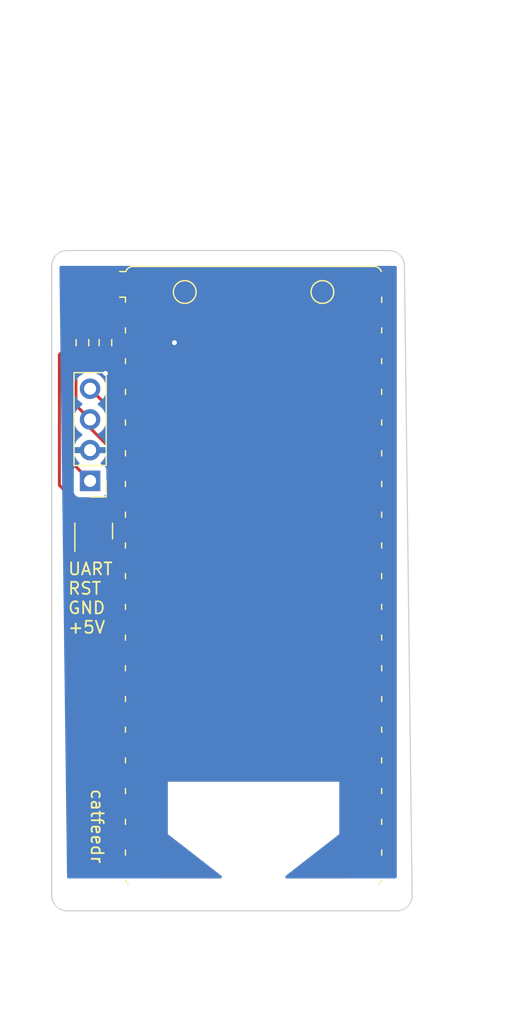
<source format=kicad_pcb>
(kicad_pcb (version 20221018) (generator pcbnew)
  (layers (0 "F.Cu" signal) (31 "B.Cu" signal) (34 "B.Paste" user) (35 "F.Paste" user) (36 "B.SilkS" user "B.Silkscreen") (37 "F.SilkS" user "F.Silkscreen") (38 "B.Mask" user) (39 "F.Mask" user) (44 "Edge.Cuts" user))
  (net 0 "")
  (net 1 "/WL-134-RF-Module/RST(+5V)")
  (net 2 "/UART1_RX")
  (net 3 "GND")
  (net 4 "+3V3")
  (net 5 "/RST_3V3")
  (net 6 "+5V")
  (footprint "Connector_PinHeader_2.54mm:PinHeader_1x04_P2.54mm_Vertical" (layer "F.Cu") (at 124.46 71.12 180)
    (fp_text reference "J1" hide)
    (fp_text value "WL-134 RF Module")
    (fp_line (start -1.33 -1.33) (end 0 -1.33) (stroke (width 0.12)) (layer "F.SilkS"))
    (fp_line (start -1.33 0) (end -1.33 -1.33) (stroke (width 0.12)) (layer "F.SilkS"))
    (fp_line (start -1.33 1.27) (end -1.33 8.95) (stroke (width 0.12)) (layer "F.SilkS"))
    (fp_line (start -1.33 1.27) (end 1.33 1.27) (stroke (width 0.12)) (layer "F.SilkS"))
    (fp_line (start -1.33 8.95) (end 1.33 8.95) (stroke (width 0.12)) (layer "F.SilkS"))
    (fp_line (start 1.33 1.27) (end 1.33 8.95) (stroke (width 0.12)) (layer "F.SilkS"))
    (pad "1" thru_hole rect (at 0 0 180) (size 1.7 1.7) (drill 1) (layers "*.Cu" "*.Mask") (net 6 "+5V"))
    (pad "2" thru_hole oval (at 0 2.54 180) (size 1.7 1.7) (drill 1) (layers "*.Cu" "*.Mask") (net 3 "GND"))
    (pad "3" thru_hole oval (at 0 5.08 180) (size 1.7 1.7) (drill 1) (layers "*.Cu" "*.Mask") (net 5 "/RST_3V3"))
    (pad "4" thru_hole oval (at 0 7.62 180) (size 1.7 1.7) (drill 1) (layers "*.Cu" "*.Mask") (net 2 "/UART1_RX"))
  )
  (footprint "Package_TO_SOT_SMD:SOT-23" (layer "F.Cu") (at 124.76 75.2625 90)
    (fp_text reference "Q1" hide)
    (fp_text value "BSS138")
    (fp_line (start 0 -1.56) (end -1.675 -1.56) (stroke (width 0.12)) (layer "F.SilkS"))
    (fp_line (start 0 -1.56) (end 0.65 -1.56) (stroke (width 0.12)) (layer "F.SilkS"))
    (fp_line (start 0 1.56) (end -0.65 1.56) (stroke (width 0.12)) (layer "F.SilkS"))
    (fp_line (start 0 1.56) (end 0.65 1.56) (stroke (width 0.12)) (layer "F.SilkS"))
    (pad "1" smd roundrect (at -0.9375 -0.95 90) (size 1.475 0.6) (layers "F.Cu" "F.Paste" "F.Mask") (net 4 "+3V3"))
    (pad "2" smd roundrect (at -0.9375 0.95 90) (size 1.475 0.6) (layers "F.Cu" "F.Paste" "F.Mask") (net 5 "/RST_3V3"))
    (pad "3" smd roundrect (at 0.9375 0 90) (size 1.475 0.6) (layers "F.Cu" "F.Paste" "F.Mask") (net 1 "/WL-134-RF-Module/RST(+5V)"))
  )
  (footprint "Resistor_SMD:R_0603_1608Metric_Pad0.98x0.95mm_HandSolder" (layer "F.Cu") (at 125.73 59.69 -90)
    (fp_text reference "R1" hide)
    (fp_text value "10k")
    (fp_line (start -0.254724 -0.5225) (end 0.254724 -0.5225) (stroke (width 0.12)) (layer "F.SilkS"))
    (fp_line (start -0.254724 0.5225) (end 0.254724 0.5225) (stroke (width 0.12)) (layer "F.SilkS"))
    (pad "1" smd roundrect (at -0.9125 0 270) (size 0.975 0.95) (layers "F.Cu" "F.Paste" "F.Mask") (net 4 "+3V3"))
    (pad "2" smd roundrect (at 0.9125 0 270) (size 0.975 0.95) (layers "F.Cu" "F.Paste" "F.Mask") (net 5 "/RST_3V3"))
  )
  (footprint "Resistor_SMD:R_0603_1608Metric_Pad0.98x0.95mm_HandSolder" (layer "F.Cu") (at 123.825 59.69 90)
    (fp_text reference "R2" hide)
    (fp_text value "10k")
    (fp_line (start -0.254724 -0.5225) (end 0.254724 -0.5225) (stroke (width 0.12)) (layer "F.SilkS"))
    (fp_line (start -0.254724 0.5225) (end 0.254724 0.5225) (stroke (width 0.12)) (layer "F.SilkS"))
    (pad "1" smd roundrect (at -0.9125 0 90) (size 0.975 0.95) (layers "F.Cu" "F.Paste" "F.Mask") (net 6 "+5V"))
    (pad "2" smd roundrect (at 0.9125 0 90) (size 0.975 0.95) (layers "F.Cu" "F.Paste" "F.Mask") (net 1 "/WL-134-RF-Module/RST(+5V)"))
  )
  (footprint "Module_RaspberryPi_Pico:RaspberryPi_Pico_W_SMD" (layer "F.Cu") (at 138 79)
    (fp_text reference "U1" hide)
    (fp_text value "Pico")
    (fp_line (start -10.61 -23.07) (end -11.09 -23.07) (stroke (width 0.12)) (layer "F.SilkS"))
    (fp_line (start -10.61 -23.07) (end -10.61 -22.65) (stroke (width 0.12)) (layer "F.SilkS"))
    (fp_line (start -10.61 -20.53) (end -10.61 -20.11) (stroke (width 0.12)) (layer "F.SilkS"))
    (fp_line (start -10.61 -17.99) (end -10.61 -17.57) (stroke (width 0.12)) (layer "F.SilkS"))
    (fp_line (start -10.61 -15.45) (end -10.61 -15.03) (stroke (width 0.12)) (layer "F.SilkS"))
    (fp_line (start -10.61 -12.91) (end -10.61 -12.49) (stroke (width 0.12)) (layer "F.SilkS"))
    (fp_line (start -10.61 -10.37) (end -10.61 -9.95) (stroke (width 0.12)) (layer "F.SilkS"))
    (fp_line (start -10.61 -7.83) (end -10.61 -7.41) (stroke (width 0.12)) (layer "F.SilkS"))
    (fp_line (start -10.61 -5.29) (end -10.61 -4.87) (stroke (width 0.12)) (layer "F.SilkS"))
    (fp_line (start -10.61 -2.75) (end -10.61 -2.33) (stroke (width 0.12)) (layer "F.SilkS"))
    (fp_line (start -10.61 -0.21) (end -10.61 0.21) (stroke (width 0.12)) (layer "F.SilkS"))
    (fp_line (start -10.61 2.33) (end -10.61 2.75) (stroke (width 0.12)) (layer "F.SilkS"))
    (fp_line (start -10.61 4.87) (end -10.61 5.29) (stroke (width 0.12)) (layer "F.SilkS"))
    (fp_line (start -10.61 7.41) (end -10.61 7.83) (stroke (width 0.12)) (layer "F.SilkS"))
    (fp_line (start -10.61 9.95) (end -10.61 10.37) (stroke (width 0.12)) (layer "F.SilkS"))
    (fp_line (start -10.61 12.49) (end -10.61 12.91) (stroke (width 0.12)) (layer "F.SilkS"))
    (fp_line (start -10.61 15.03) (end -10.61 15.45) (stroke (width 0.12)) (layer "F.SilkS"))
    (fp_line (start -10.61 17.57) (end -10.61 17.99) (stroke (width 0.12)) (layer "F.SilkS"))
    (fp_line (start -10.61 20.11) (end -10.61 20.53) (stroke (width 0.12)) (layer "F.SilkS"))
    (fp_line (start -10.61 22.65) (end -10.61 23.07) (stroke (width 0.12)) (layer "F.SilkS"))
    (fp_line (start -10.579676 -25.189937) (end -11.09 -25.19) (stroke (width 0.12)) (layer "F.SilkS"))
    (fp_line (start -10 -25.61) (end -7.51 -25.61) (stroke (width 0.12)) (layer "F.SilkS"))
    (fp_line (start -7.51 -25.61) (end -4.235 -25.61) (stroke (width 0.12)) (layer "F.SilkS"))
    (fp_line (start -4.235 -25.61) (end 4.235 -25.61) (stroke (width 0.12)) (layer "F.SilkS"))
    (fp_line (start 4.235 -25.61) (end 7.51 -25.61) (stroke (width 0.12)) (layer "F.SilkS"))
    (fp_line (start 10 -25.61) (end 7.51 -25.61) (stroke (width 0.12)) (layer "F.SilkS"))
    (fp_line (start 10.61 -23.07) (end 10.61 -22.65) (stroke (width 0.12)) (layer "F.SilkS"))
    (fp_line (start 10.61 -20.53) (end 10.61 -20.11) (stroke (width 0.12)) (layer "F.SilkS"))
    (fp_line (start 10.61 -17.99) (end 10.61 -17.57) (stroke (width 0.12)) (layer "F.SilkS"))
    (fp_line (start 10.61 -15.45) (end 10.61 -15.03) (stroke (width 0.12)) (layer "F.SilkS"))
    (fp_line (start 10.61 -12.91) (end 10.61 -12.49) (stroke (width 0.12)) (layer "F.SilkS"))
    (fp_line (start 10.61 -10.37) (end 10.61 -9.95) (stroke (width 0.12)) (layer "F.SilkS"))
    (fp_line (start 10.61 -7.83) (end 10.61 -7.41) (stroke (width 0.12)) (layer "F.SilkS"))
    (fp_line (start 10.61 -5.29) (end 10.61 -4.87) (stroke (width 0.12)) (layer "F.SilkS"))
    (fp_line (start 10.61 -2.75) (end 10.61 -2.33) (stroke (width 0.12)) (layer "F.SilkS"))
    (fp_line (start 10.61 -0.21) (end 10.61 0.21) (stroke (width 0.12)) (layer "F.SilkS"))
    (fp_line (start 10.61 2.33) (end 10.61 2.75) (stroke (width 0.12)) (layer "F.SilkS"))
    (fp_line (start 10.61 4.87) (end 10.61 5.29) (stroke (width 0.12)) (layer "F.SilkS"))
    (fp_line (start 10.61 7.41) (end 10.61 7.83) (stroke (width 0.12)) (layer "F.SilkS"))
    (fp_line (start 10.61 9.95) (end 10.61 10.37) (stroke (width 0.12)) (layer "F.SilkS"))
    (fp_line (start 10.61 12.49) (end 10.61 12.91) (stroke (width 0.12)) (layer "F.SilkS"))
    (fp_line (start 10.61 15.03) (end 10.61 15.45) (stroke (width 0.12)) (layer "F.SilkS"))
    (fp_line (start 10.61 17.57) (end 10.61 17.99) (stroke (width 0.12)) (layer "F.SilkS"))
    (fp_line (start 10.61 20.11) (end 10.61 20.53) (stroke (width 0.12)) (layer "F.SilkS"))
    (fp_line (start 10.61 22.65) (end 10.61 23.07) (stroke (width 0.12)) (layer "F.SilkS"))
    (fp_arc (start -10.579676 -25.189937) (mid -10.357938 -25.493944) (end -10 -25.61) (stroke (width 0.12)) (layer "F.SilkS"))
    (fp_arc (start -10.363318 25.49) (mid -10.494791 25.356765) (end -10.579676 25.189937) (stroke (width 0.12)) (layer "F.SilkS"))
    (fp_arc (start 10 -25.61) (mid 10.357937 -25.493944) (end 10.579676 -25.189937) (stroke (width 0.12)) (layer "F.SilkS"))
    (fp_arc (start 10.579676 25.189937) (mid 10.494798 25.356768) (end 10.363318 25.49) (stroke (width 0.12)) (layer "F.SilkS"))
    (fp_circle (center -5.7 -23.5) (end -4.76 -23.5) (stroke (width 0.12)) (fill none) (layer "F.SilkS"))
    (fp_circle (center 5.7 -23.5) (end 6.64 -23.5) (stroke (width 0.12)) (fill none) (layer "F.SilkS"))
    (pad "" smd oval (at -2.725 -24) (size 1.1 1.8) (layers "F.Cu" "F.Paste" "F.Mask"))
    (pad "" smd oval (at -2.425 -20.97) (size 1.05 1.45) (layers "F.Cu" "F.Paste" "F.Mask"))
    (pad "" smd oval (at 2.425 -20.97) (size 1.05 1.45) (layers "F.Cu" "F.Paste" "F.Mask"))
    (pad "" smd oval (at 2.725 -24) (size 1.1 1.8) (layers "F.Cu" "F.Paste" "F.Mask"))
    (pad "1" smd custom (at -8.89 -24.13) (size 1.6 1.6) (layers "F.Cu" "F.Paste" "F.Mask") (options (clearance outline) (anchor circle)) (primitives (gr_poly (pts (xy -2.4 0.6) (xy -2.4 -0.6) (xy -2.2 -0.8) (xy 0 -0.8) (xy 0 0.8) (xy -2.2 0.8)) (width 0) (fill yes)) (gr_circle (center -2.2 0.6) (end -2 0.6) (width 0) (fill yes)) (gr_circle (center -2.2 -0.6) (end -2 -0.6) (width 0) (fill yes))))
    (pad "2" smd roundrect (at -8.89 -21.59) (size 3.2 1.6) (drill (offset -0.8 0)) (layers "F.Cu" "F.Paste" "F.Mask") (roundrect_rratio 0.5))
    (pad "3" smd custom (at -8.89 -19.05) (size 1.6 1.6) (layers "F.Cu" "F.Paste" "F.Mask") (net 3 "GND") (options (clearance outline) (anchor circle)) (primitives (gr_poly (pts (xy 0.8 -0.6) (xy 0.8 0.6) (xy 0.6 0.8) (xy -1.6 0.8) (xy -1.6 -0.8) (xy 0.6 -0.8)) (width 0) (fill yes)) (gr_circle (center 0.6 0.6) (end 0.8 0.6) (width 0) (fill yes)) (gr_circle (center 0.6 -0.6) (end 0.8 -0.6) (width 0) (fill yes)) (gr_circle (center -1.6 0) (end -0.8 0) (width 0) (fill yes))))
    (pad "4" smd roundrect (at -8.89 -16.51) (size 3.2 1.6) (drill (offset -0.8 0)) (layers "F.Cu" "F.Paste" "F.Mask") (roundrect_rratio 0.5))
    (pad "5" smd roundrect (at -8.89 -13.97) (size 3.2 1.6) (drill (offset -0.8 0)) (layers "F.Cu" "F.Paste" "F.Mask") (roundrect_rratio 0.5))
    (pad "6" smd roundrect (at -8.89 -11.43) (size 3.2 1.6) (drill (offset -0.8 0)) (layers "F.Cu" "F.Paste" "F.Mask") (roundrect_rratio 0.5))
    (pad "7" smd roundrect (at -8.89 -8.89) (size 3.2 1.6) (drill (offset -0.8 0)) (layers "F.Cu" "F.Paste" "F.Mask") (roundrect_rratio 0.5) (net 2 "/UART1_RX"))
    (pad "8" smd custom (at -8.89 -6.35) (size 1.6 1.6) (layers "F.Cu" "F.Paste" "F.Mask") (net 3 "GND") (options (clearance outline) (anchor circle)) (primitives (gr_poly (pts (xy 0.8 -0.6) (xy 0.8 0.6) (xy 0.6 0.8) (xy -1.6 0.8) (xy -1.6 -0.8) (xy 0.6 -0.8)) (width 0) (fill yes)) (gr_circle (center 0.6 0.6) (end 0.8 0.6) (width 0) (fill yes)) (gr_circle (center 0.6 -0.6) (end 0.8 -0.6) (width 0) (fill yes)) (gr_circle (center -1.6 0) (end -0.8 0) (width 0) (fill yes))))
    (pad "9" smd roundrect (at -8.89 -3.81) (size 3.2 1.6) (drill (offset -0.8 0)) (layers "F.Cu" "F.Paste" "F.Mask") (roundrect_rratio 0.5) (net 5 "/RST_3V3"))
    (pad "10" smd roundrect (at -8.89 -1.27) (size 3.2 1.6) (drill (offset -0.8 0)) (layers "F.Cu" "F.Paste" "F.Mask") (roundrect_rratio 0.5))
    (pad "11" smd roundrect (at -8.89 1.27) (size 3.2 1.6) (drill (offset -0.8 0)) (layers "F.Cu" "F.Paste" "F.Mask") (roundrect_rratio 0.5))
    (pad "12" smd roundrect (at -8.89 3.81) (size 3.2 1.6) (drill (offset -0.8 0)) (layers "F.Cu" "F.Paste" "F.Mask") (roundrect_rratio 0.5))
    (pad "13" smd custom (at -8.89 6.35) (size 1.6 1.6) (layers "F.Cu" "F.Paste" "F.Mask") (options (clearance outline) (anchor circle)) (primitives (gr_poly (pts (xy 0.8 -0.6) (xy 0.8 0.6) (xy 0.6 0.8) (xy -1.6 0.8) (xy -1.6 -0.8) (xy 0.6 -0.8)) (width 0) (fill yes)) (gr_circle (center 0.6 0.6) (end 0.8 0.6) (width 0) (fill yes)) (gr_circle (center 0.6 -0.6) (end 0.8 -0.6) (width 0) (fill yes)) (gr_circle (center -1.6 0) (end -0.8 0) (width 0) (fill yes))))
    (pad "14" smd roundrect (at -8.89 8.89) (size 3.2 1.6) (drill (offset -0.8 0)) (layers "F.Cu" "F.Paste" "F.Mask") (roundrect_rratio 0.5))
    (pad "15" smd roundrect (at -8.89 11.43) (size 3.2 1.6) (drill (offset -0.8 0)) (layers "F.Cu" "F.Paste" "F.Mask") (roundrect_rratio 0.5))
    (pad "16" smd roundrect (at -8.89 13.97) (size 3.2 1.6) (drill (offset -0.8 0)) (layers "F.Cu" "F.Paste" "F.Mask") (roundrect_rratio 0.5))
    (pad "17" smd roundrect (at -8.89 16.51) (size 3.2 1.6) (drill (offset -0.8 0)) (layers "F.Cu" "F.Paste" "F.Mask") (roundrect_rratio 0.5))
    (pad "18" smd custom (at -8.89 19.05) (size 1.6 1.6) (layers "F.Cu" "F.Paste" "F.Mask") (net 3 "GND") (options (clearance outline) (anchor circle)) (primitives (gr_poly (pts (xy 0.8 -0.6) (xy 0.8 0.6) (xy 0.6 0.8) (xy -1.6 0.8) (xy -1.6 -0.8) (xy 0.6 -0.8)) (width 0) (fill yes)) (gr_circle (center 0.6 0.6) (end 0.8 0.6) (width 0) (fill yes)) (gr_circle (center 0.6 -0.6) (end 0.8 -0.6) (width 0) (fill yes)) (gr_circle (center -1.6 0) (end -0.8 0) (width 0) (fill yes))))
    (pad "19" smd roundrect (at -8.89 21.59) (size 3.2 1.6) (drill (offset -0.8 0)) (layers "F.Cu" "F.Paste" "F.Mask") (roundrect_rratio 0.5))
    (pad "20" smd roundrect (at -8.89 24.13) (size 3.2 1.6) (drill (offset -0.8 0)) (layers "F.Cu" "F.Paste" "F.Mask") (roundrect_rratio 0.5))
    (pad "21" smd roundrect (at 8.89 24.13) (size 3.2 1.6) (drill (offset 0.8 0)) (layers "F.Cu" "F.Paste" "F.Mask") (roundrect_rratio 0.5))
    (pad "22" smd roundrect (at 8.89 21.59) (size 3.2 1.6) (drill (offset 0.8 0)) (layers "F.Cu" "F.Paste" "F.Mask") (roundrect_rratio 0.5))
    (pad "23" smd custom (at 8.89 19.05) (size 1.6 1.6) (layers "F.Cu" "F.Paste" "F.Mask") (net 3 "GND") (options (clearance outline) (anchor circle)) (primitives (gr_poly (pts (xy -0.8 -0.6) (xy -0.8 0.6) (xy -0.6 0.8) (xy 1.6 0.8) (xy 1.6 -0.8) (xy -0.6 -0.8)) (width 0) (fill yes)) (gr_circle (center -0.6 0.6) (end -0.4 0.6) (width 0) (fill yes)) (gr_circle (center -0.6 -0.6) (end -0.4 -0.6) (width 0) (fill yes)) (gr_circle (center 1.6 0) (end 2.4 0) (width 0) (fill yes))))
    (pad "24" smd roundrect (at 8.89 16.51) (size 3.2 1.6) (drill (offset 0.8 0)) (layers "F.Cu" "F.Paste" "F.Mask") (roundrect_rratio 0.5))
    (pad "25" smd roundrect (at 8.89 13.97) (size 3.2 1.6) (drill (offset 0.8 0)) (layers "F.Cu" "F.Paste" "F.Mask") (roundrect_rratio 0.5))
    (pad "26" smd roundrect (at 8.89 11.43) (size 3.2 1.6) (drill (offset 0.8 0)) (layers "F.Cu" "F.Paste" "F.Mask") (roundrect_rratio 0.5))
    (pad "27" smd roundrect (at 8.89 8.89) (size 3.2 1.6) (drill (offset 0.8 0)) (layers "F.Cu" "F.Paste" "F.Mask") (roundrect_rratio 0.5))
    (pad "28" smd custom (at 8.89 6.35) (size 1.6 1.6) (layers "F.Cu" "F.Paste" "F.Mask") (net 3 "GND") (options (clearance outline) (anchor circle)) (primitives (gr_poly (pts (xy -0.8 -0.6) (xy -0.8 0.6) (xy -0.6 0.8) (xy 1.6 0.8) (xy 1.6 -0.8) (xy -0.6 -0.8)) (width 0) (fill yes)) (gr_circle (center -0.6 0.6) (end -0.4 0.6) (width 0) (fill yes)) (gr_circle (center -0.6 -0.6) (end -0.4 -0.6) (width 0) (fill yes)) (gr_circle (center 1.6 0) (end 2.4 0) (width 0) (fill yes))))
    (pad "29" smd roundrect (at 8.89 3.81) (size 3.2 1.6) (drill (offset 0.8 0)) (layers "F.Cu" "F.Paste" "F.Mask") (roundrect_rratio 0.5))
    (pad "30" smd roundrect (at 8.89 1.27) (size 3.2 1.6) (drill (offset 0.8 0)) (layers "F.Cu" "F.Paste" "F.Mask") (roundrect_rratio 0.5))
    (pad "31" smd roundrect (at 8.89 -1.27) (size 3.2 1.6) (drill (offset 0.8 0)) (layers "F.Cu" "F.Paste" "F.Mask") (roundrect_rratio 0.5))
    (pad "32" smd roundrect (at 8.89 -3.81) (size 3.2 1.6) (drill (offset 0.8 0)) (layers "F.Cu" "F.Paste" "F.Mask") (roundrect_rratio 0.5))
    (pad "33" smd custom (at 8.89 -6.35) (size 1.6 1.6) (layers "F.Cu" "F.Paste" "F.Mask") (options (clearance outline) (anchor circle)) (primitives (gr_poly (pts (xy -0.8 -0.6) (xy -0.8 0.6) (xy -0.6 0.8) (xy 1.6 0.8) (xy 1.6 -0.8) (xy -0.6 -0.8)) (width 0) (fill yes)) (gr_circle (center -0.6 0.6) (end -0.4 0.6) (width 0) (fill yes)) (gr_circle (center -0.6 -0.6) (end -0.4 -0.6) (width 0) (fill yes)) (gr_circle (center 1.6 0) (end 2.4 0) (width 0) (fill yes))))
    (pad "34" smd roundrect (at 8.89 -8.89) (size 3.2 1.6) (drill (offset 0.8 0)) (layers "F.Cu" "F.Paste" "F.Mask") (roundrect_rratio 0.5))
    (pad "35" smd roundrect (at 8.89 -11.43) (size 3.2 1.6) (drill (offset 0.8 0)) (layers "F.Cu" "F.Paste" "F.Mask") (roundrect_rratio 0.5))
    (pad "36" smd roundrect (at 8.89 -13.97) (size 3.2 1.6) (drill (offset 0.8 0)) (layers "F.Cu" "F.Paste" "F.Mask") (roundrect_rratio 0.5))
    (pad "37" smd roundrect (at 8.89 -16.51) (size 3.2 1.6) (drill (offset 0.8 0)) (layers "F.Cu" "F.Paste" "F.Mask") (roundrect_rratio 0.5))
    (pad "38" smd custom (at 8.89 -19.05) (size 1.6 1.6) (layers "F.Cu" "F.Paste" "F.Mask") (net 3 "GND") (options (clearance outline) (anchor circle)) (primitives (gr_poly (pts (xy -0.8 -0.6) (xy -0.8 0.6) (xy -0.6 0.8) (xy 1.6 0.8) (xy 1.6 -0.8) (xy -0.6 -0.8)) (width 0) (fill yes)) (gr_circle (center -0.6 0.6) (end -0.4 0.6) (width 0) (fill yes)) (gr_circle (center -0.6 -0.6) (end -0.4 -0.6) (width 0) (fill yes)) (gr_circle (center 1.6 0) (end 2.4 0) (width 0) (fill yes))))
    (pad "39" smd roundrect (at 8.89 -21.59) (size 3.2 1.6) (drill (offset 0.8 0)) (layers "F.Cu" "F.Paste" "F.Mask") (roundrect_rratio 0.5))
    (pad "40" smd roundrect (at 8.89 -24.13) (size 3.2 1.6) (drill (offset 0.8 0)) (layers "F.Cu" "F.Paste" "F.Mask") (roundrect_rratio 0.5) (net 6 "+5V"))
    (pad "D1" smd roundrect (at 0.5841 5.7) (size 1.5748 1.5748) (layers "F.Cu" "F.Paste" "F.Mask") (roundrect_rratio 0.127000254))
    (pad "D2" smd circle (at 3.1241 5.7) (size 1.5748 1.5748) (layers "F.Cu" "F.Paste" "F.Mask"))
    (pad "D3" smd circle (at 5.6641 5.7) (size 1.5748 1.5748) (layers "F.Cu" "F.Paste" "F.Mask"))
    (pad "TP1" smd roundrect (at 0 -21) (size 1.5 1.5) (layers "F.Cu" "F.Paste" "F.Mask") (roundrect_rratio 0.2))
    (pad "TP2" smd roundrect (at 1 -24.3) (size 1.5 1.5) (layers "F.Cu" "F.Paste" "F.Mask") (roundrect_rratio 0.2))
    (pad "TP3" smd roundrect (at -1 -24.3) (size 1.5 1.5) (layers "F.Cu" "F.Paste" "F.Mask") (roundrect_rratio 0.2))
    (pad "TP4" smd roundrect (at -2.5 -17.5) (size 1.5 1.5) (layers "F.Cu" "F.Paste" "F.Mask") (roundrect_rratio 0.2))
    (pad "TP5" smd roundrect (at -2.5 -15) (size 1.5 1.5) (layers "F.Cu" "F.Paste" "F.Mask") (roundrect_rratio 0.2))
    (pad "TP6" smd roundrect (at -2.5 -12.5) (size 1.5 1.5) (layers "F.Cu" "F.Paste" "F.Mask") (roundrect_rratio 0.2))
    (zone (net 0) (net_name "") (layers "*.Cu" "*.Paste") (name "RF Copper Keep Out") (connect_pads (clearance 0)) (min_thickness 0.254)
      (keepout (tracks not_allowed) (vias not_allowed) (pads not_allowed) (copperpour not_allowed) (footprints not_allowed))
      (fill (thermal_gap 0.508) (thermal_bridge_width 0.508))
      (polygon (pts (xy 117 104) (xy 159 104) (xy 159 114) (xy 117 114)))
    )
    (zone (net 0) (net_name "") (layers "*.Cu" "*.Paste") (name "Antenna Copper Keep Out") (connect_pads (clearance 0)) (min_thickness 0.254)
      (keepout (tracks not_allowed) (vias not_allowed) (pads not_allowed) (copperpour not_allowed) (footprints not_allowed))
      (fill (thermal_gap 0.508) (thermal_bridge_width 0.508))
      (polygon (pts (xy 135.6 103.989895) (xy 130.9 100.339895) (xy 130.9 96) (xy 145.1 96) (xy 145.1 100.339895) (xy 140.4 103.989895) (xy 140.4 104) (xy 135.6 104)))
    )
  )
  (gr_line (start 127 52.07) (end 124.46 52.07) (stroke (width 0.1)) (layer "Edge.Cuts"))
  (gr_line (start 151.13 105.41) (end 150.495 53.603026) (stroke (width 0.1)) (layer "Edge.Cuts"))
  (gr_line (start 121.285 104.775) (end 121.285 105.41) (stroke (width 0.1)) (layer "Edge.Cuts"))
  (gr_line (start 121.285 73.66) (end 121.285 53.975) (stroke (width 0.1)) (layer "Edge.Cuts"))
  (gr_line (start 123.825 106.68) (end 122.555 106.68) (stroke (width 0.1)) (layer "Edge.Cuts"))
  (gr_arc (start 149.225 52.07) (mid 150.123026 52.441974) (end 150.495 53.34) (stroke (width 0.1)) (layer "Edge.Cuts"))
  (gr_line (start 121.285 53.975) (end 121.285 53.34) (stroke (width 0.1)) (layer "Edge.Cuts"))
  (gr_line (start 149.225 52.07) (end 127 52.07) (stroke (width 0.1)) (layer "Edge.Cuts"))
  (gr_line (start 149.225 106.68) (end 149.86 106.68) (stroke (width 0.1)) (layer "Edge.Cuts"))
  (gr_line (start 149.225 106.68) (end 126.365 106.68) (stroke (width 0.1)) (layer "Edge.Cuts"))
  (gr_line (start 124.46 52.07) (end 123.825 52.07) (stroke (width 0.1)) (layer "Edge.Cuts"))
  (gr_arc (start 122.555 106.68) (mid 121.656974 106.308026) (end 121.285 105.41) (stroke (width 0.1)) (layer "Edge.Cuts"))
  (gr_line (start 123.825 52.07) (end 122.555 52.07) (stroke (width 0.1)) (layer "Edge.Cuts"))
  (gr_arc (start 151.13 105.41) (mid 150.758026 106.308026) (end 149.86 106.68) (stroke (width 0.1)) (layer "Edge.Cuts"))
  (gr_arc (start 121.285 53.34) (mid 121.656974 52.441974) (end 122.555 52.07) (stroke (width 0.1)) (layer "Edge.Cuts"))
  (gr_line (start 150.495 53.603026) (end 150.495 53.34) (stroke (width 0.1)) (layer "Edge.Cuts"))
  (gr_line (start 121.285 104.775) (end 121.285 73.66) (stroke (width 0.1)) (layer "Edge.Cuts"))
  (gr_line (start 126.365 106.68) (end 123.825 106.68) (stroke (width 0.1)) (layer "Edge.Cuts"))
  (gr_text "catfeedr" (at 124.46 96.52 -90) (layer "F.SilkS") (effects (font (size 1 1)) (justify left bottom)))
  (gr_text "UART\nRST\nGND\n+5V" (at 122.555 83.82) (layer "F.SilkS") (effects (font (size 1 1)) (justify left bottom)))
  (segment (start 124.76 74.325) (end 121.92 71.485) (width 0.25) (layer "F.Cu") (net 1))
  (segment (start 121.92 71.485) (end 121.92 60.6825) (width 0.25) (layer "F.Cu") (net 1))
  (segment (start 121.92 60.6825) (end 123.825 58.7775) (width 0.25) (layer "F.Cu") (net 1))
  (segment (start 126.385 68.03599) (end 126.385 65.425) (width 0.25) (layer "F.Cu") (net 2))
  (segment (start 129.11 70.11) (end 128.45901 70.11) (width 0.25) (layer "F.Cu") (net 2))
  (segment (start 126.385 65.425) (end 124.46 63.5) (width 0.25) (layer "F.Cu") (net 2))
  (segment (start 128.45901 70.11) (end 126.385 68.03599) (width 0.25) (layer "F.Cu") (net 2))
  (segment (start 128.01 59.95) (end 129.11 59.95) (width 0.25) (layer "F.Cu") (net 3))
  (segment (start 125.73 62.23) (end 128.01 59.95) (width 0.25) (layer "F.Cu") (net 3))
  (via (at 131.445 59.69) (size 0.8) (drill 0.4) (layers "F.Cu" "B.Cu") (net 3))
  (via (at 125.73 62.23) (size 0.8) (drill 0.4) (layers "F.Cu" "B.Cu") (net 3))
  (segment (start 126.09651 77.2625) (end 127.04401 76.315) (width 0.25) (layer "F.Cu") (net 4))
  (segment (start 127.04401 76.315) (end 129.57599 76.315) (width 0.25) (layer "F.Cu") (net 4))
  (segment (start 129.57599 76.315) (end 130.240143 75.650847) (width 0.25) (layer "F.Cu") (net 4))
  (segment (start 124.8725 77.2625) (end 126.09651 77.2625) (width 0.25) (layer "F.Cu") (net 4))
  (segment (start 130.240143 75.650847) (end 130.240143 59.13223) (width 0.25) (layer "F.Cu") (net 4))
  (segment (start 123.81 76.2) (end 124.8725 77.2625) (width 0.25) (layer "F.Cu") (net 4))
  (segment (start 130.240143 59.13223) (end 129.885413 58.7775) (width 0.25) (layer "F.Cu") (net 4))
  (segment (start 129.885413 58.7775) (end 125.73 58.7775) (width 0.25) (layer "F.Cu") (net 4))
  (segment (start 123.285 62.432076) (end 125.114576 60.6025) (width 0.25) (layer "F.Cu") (net 5))
  (segment (start 124.46 66.747386) (end 126.379938 68.667324) (width 0.25) (layer "F.Cu") (net 5))
  (segment (start 124.46 66.04) (end 124.46 66.747386) (width 0.25) (layer "F.Cu") (net 5))
  (segment (start 126.72 75.19) (end 129.11 75.19) (width 0.25) (layer "F.Cu") (net 5))
  (segment (start 125.114576 60.6025) (end 125.73 60.6025) (width 0.25) (layer "F.Cu") (net 5))
  (segment (start 125.71 76.2) (end 126.72 75.19) (width 0.25) (layer "F.Cu") (net 5))
  (segment (start 124.46 66.04) (end 123.285 64.865) (width 0.25) (layer "F.Cu") (net 5))
  (segment (start 126.379938 68.667324) (end 126.379938 73.11093) (width 0.25) (layer "F.Cu") (net 5))
  (segment (start 128.459008 75.19) (end 129.11 75.19) (width 0.25) (layer "F.Cu") (net 5))
  (segment (start 126.379938 73.11093) (end 128.459008 75.19) (width 0.25) (layer "F.Cu") (net 5))
  (segment (start 123.285 64.865) (end 123.285 62.432076) (width 0.25) (layer "F.Cu") (net 5))
  (segment (start 122.555 69.215) (end 122.555 60.96) (width 0.25) (layer "F.Cu") (net 6))
  (segment (start 126.02 56.225) (end 145.535 56.225) (width 0.25) (layer "F.Cu") (net 6))
  (segment (start 122.9125 60.6025) (end 123.825 60.6025) (width 0.25) (layer "F.Cu") (net 6))
  (segment (start 124.46 71.12) (end 122.555 69.215) (width 0.25) (layer "F.Cu") (net 6))
  (segment (start 124.625 59.8025) (end 124.625 57.62) (width 0.25) (layer "F.Cu") (net 6))
  (segment (start 124.625 57.62) (end 126.02 56.225) (width 0.25) (layer "F.Cu") (net 6))
  (segment (start 122.555 60.96) (end 122.9125 60.6025) (width 0.25) (layer "F.Cu") (net 6))
  (segment (start 145.535 56.225) (end 146.89 54.87) (width 0.25) (layer "F.Cu") (net 6))
  (segment (start 123.825 60.6025) (end 124.625 59.8025) (width 0.25) (layer "F.Cu") (net 6))
  (zone (net 3) (net_name "GND") (layers "F&B.Cu") (connect_pads (clearance 0.5)) (min_thickness 0.25) (fill yes (thermal_gap 0.5) (thermal_bridge_width 0.5))
    (polygon (pts (xy 149.86 53.34) (xy 149.86 104.14) (xy 122.555 104.14) (xy 121.92 53.34)))
  )
)
</source>
